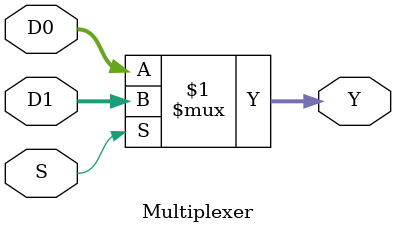
<source format=v>
`timescale 1ns / 1ps


module Multiplexer(
    input [31:0] D0,
    input [31:0] D1,
    input S,
    output [31:0] Y
    );
    assign Y = S ? D1 : D0;
endmodule

</source>
